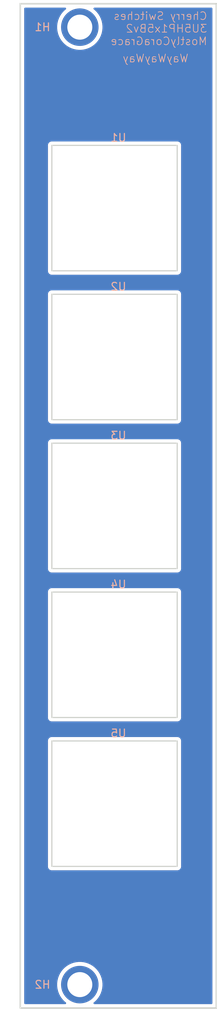
<source format=kicad_pcb>
(kicad_pcb (version 20241229) (generator "pcbnew") (generator_version "9.0")
  (layers (0 "F.Cu" signal) (2 "B.Cu" signal) (13 "F.Paste" user) (15 "B.Paste" user) (5 "F.SilkS" user "F.Silkscreen") (7 "B.SilkS" user "B.Silkscreen") (1 "F.Mask" user) (3 "B.Mask" user) (25 "Edge.Cuts" user))
  (net 0 "")
  (footprint "EXC:MountingHole_3.2mm_M3" (layer "F.Cu") (at 7.62 127.925)
    (property "Reference" "H2" (at -3.683 0 0) (layer "B.SilkS") (effects (justify left mirror)))
    (property "Value" "Eurorack_M3_MountingHole")
    (pad "" thru_hole circle (at 0 0) (size 4.8 4.8) (drill 3.2) (layers "*.Cu" "*.Mask"))
  )
  (footprint "EXC:MountingHole_3.2mm_M3" (layer "F.Cu") (at 7.62 5.425)
    (property "Reference" "H1" (at -3.683 0 0) (layer "B.SilkS") (effects (justify left mirror)))
    (property "Value" "Eurorack_M3_MountingHole")
    (pad "" thru_hole circle (at 0 0) (size 4.8 4.8) (drill 3.2) (layers "*.Cu" "*.Mask"))
  )
  (footprint "EXC:SW_Cherry_MX_1.00u_Clearance" (layer "F.Cu") (at 12.065 47.625)
    (property "Reference" "U2" (at 0.5 -9 0) (layer "B.SilkS") (effects (justify mirror)))
    (property "Value" "~")
    (fp_rect (start -8.025 -8.025) (end 8.025 8.025) (stroke (width 0.15)) (fill no) (layer "Edge.Cuts"))
  )
  (footprint "EXC:SW_Cherry_MX_1.00u_Clearance" (layer "F.Cu") (at 12.065 85.725)
    (property "Reference" "U4" (at 0.5 -9 0) (layer "B.SilkS") (effects (justify mirror)))
    (property "Value" "~")
    (fp_rect (start -8.025 -8.025) (end 8.025 8.025) (stroke (width 0.15)) (fill no) (layer "Edge.Cuts"))
  )
  (footprint "EXC:SW_Cherry_MX_1.00u_Clearance" (layer "F.Cu") (at 12.065 104.775)
    (property "Reference" "U5" (at 0.5 -9 0) (layer "B.SilkS") (effects (justify mirror)))
    (property "Value" "~")
    (fp_rect (start -8.025 -8.025) (end 8.025 8.025) (stroke (width 0.15)) (fill no) (layer "Edge.Cuts"))
  )
  (footprint "EXC:SW_Cherry_MX_1.00u_Clearance" (layer "F.Cu") (at 12.065 28.575)
    (property "Reference" "U1" (at 0.5 -9 0) (layer "B.SilkS") (effects (justify mirror)))
    (property "Value" "~")
    (fp_rect (start -8.025 -8.025) (end 8.025 8.025) (stroke (width 0.15)) (fill no) (layer "Edge.Cuts"))
  )
  (footprint "EXC:SW_Cherry_MX_1.00u_Clearance" (layer "F.Cu") (at 12.065 66.675)
    (property "Reference" "U3" (at 0.5 -9 0) (layer "B.SilkS") (effects (justify mirror)))
    (property "Value" "~")
    (fp_rect (start -8.025 -8.025) (end 8.025 8.025) (stroke (width 0.15)) (fill no) (layer "Edge.Cuts"))
  )
  (gr_rect (start 0 2.425) (end 25.1 130.925) (stroke (width 0.2)) (fill no) (layer "Edge.Cuts"))
  (gr_text "Cherry Switches\n3U5HP1x5Bv2\nMostlyCoraGrace" (at 24 7.8 0) (layer "B.SilkS") (effects (font (size 1 1) (thickness 0.1)) (justify left bottom mirror)))
  (gr_text "WayWayWay" (at 21.6 10 0) (layer "B.SilkS") (effects (font (size 1 1) (thickness 0.1)) (justify left bottom mirror)))
  (zone (net 0) (net_name "") (layers "F.Cu" "B.Cu") (connect_pads (clearance 0.5)) (min_thickness 0.25) (fill yes (thermal_gap 0.5) (thermal_bridge_width 0.5) (island_removal_mode 1) (island_area_min 10))
    (polygon (pts (xy 0 2.425) (xy 25.1 2.425) (xy 25.1 130.925) (xy 0 130.925)))
  )
)
</source>
